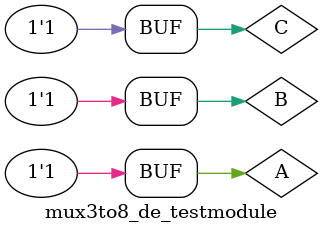
<source format=v>
module mux3to8_de_testmodule();
reg A,B,C;
wire [7:0] O;
mux3to8_de test(O,A,B,C);
initial
begin
$dumpfile("mux3to8_de_test.vcd");
$dumpvars(0,mux3to8_de_testmodule);
end
initial
begin
A=0;
B=0;
C=0;
#10;

A=0;
B=0;
C=1;
#10;

A=0;
B=1;
C=0;
#10;

A=0;
B=1;
C=1;
#10;

A=1;
B=0;
C=0;
#10;

A=1;
B=0;
C=1;
#10;

A=1;
B=1;
C=0;
#10;

A=1;
B=1;
C=1;
#10;
end
endmodule
</source>
